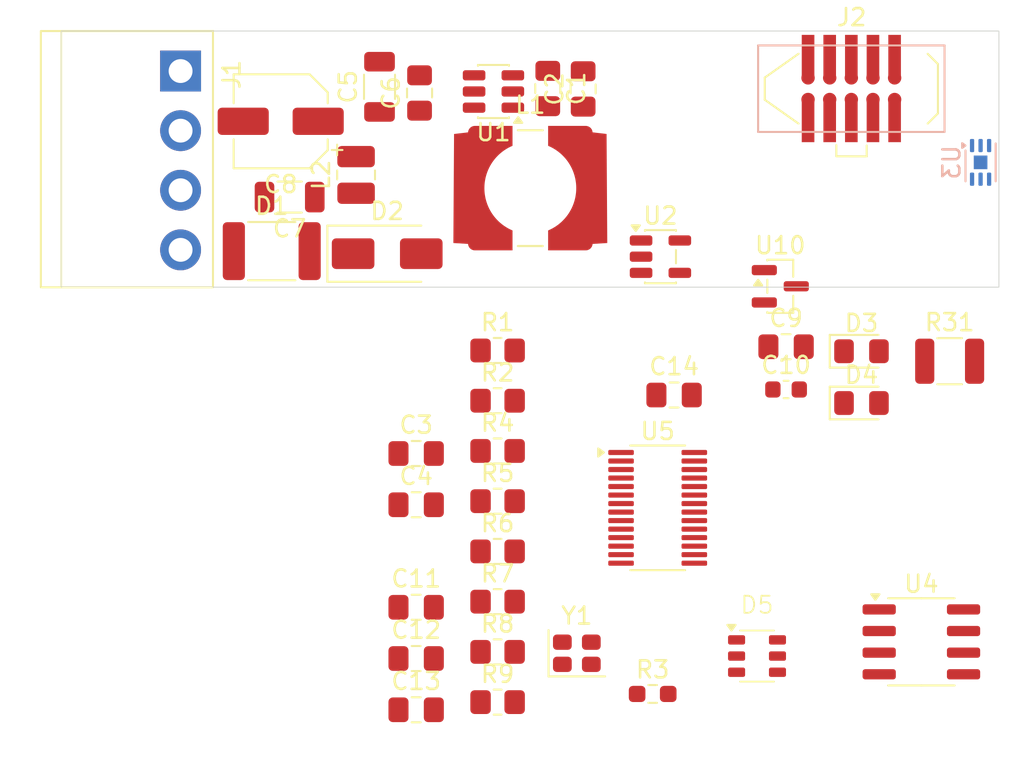
<source format=kicad_pcb>
(kicad_pcb (version 20241229) (generator "pcbnew") (generator_version "9.0")
  (layers (0 "F.Cu" signal) (2 "B.Cu" signal) (13 "F.Paste" user) (15 "B.Paste" user) (5 "F.SilkS" user "F.Silkscreen") (7 "B.SilkS" user "B.Silkscreen") (1 "F.Mask" user) (3 "B.Mask" user) (25 "Edge.Cuts" user))
  (net 0 "")
  (net 1 "Net-(U1-CB)")
  (net 2 "Net-(U1-SW)")
  (net 3 "GND")
  (net 4 "Net-(U2-EN)")
  (net 5 "+3V3")
  (net 6 "Net-(U1-EN)")
  (net 7 "+12V")
  (net 8 "Net-(U5-VCORE)")
  (net 9 "/12V_RAW")
  (net 10 "Net-(D3-K)")
  (net 11 "Net-(D3-A)")
  (net 12 "Net-(D4-A)")
  (net 13 "Net-(D4-K)")
  (net 14 "Net-(D5-IO1)")
  (net 15 "Net-(D5-IO3)")
  (net 16 "Net-(D5-IO2)")
  (net 17 "/DEBUG_UART_TX")
  (net 18 "CANH")
  (net 19 "CANL")
  (net 24 "Net-(U1-FB)")
  (net 25 "Net-(U5-PA6{slash}HFCLK_IN)")
  (net 26 "Net-(Y1-OUT)")
  (net 27 "Net-(U3-SCL)")
  (net 28 "Net-(U3-SDA)")
  (net 29 "Net-(U5-PA2)")
  (net 31 "Net-(U3-INTB)")
  (net 32 "/CAN_TXD")
  (net 33 "/CAN_RXD")
  (net 34 "/CAN_STB")
  (footprint "Capacitor_SMD:C_0805_2012Metric_Pad1.18x1.45mm_HandSolder" (layer "F.Cu") (at 109.725 55.2875 90)
    (property "Reference" "C6" (at 0 -1.68 90) (layer "F.SilkS"))
    (property "Value" "0.1uF")
    (fp_line (start -0.261252 -0.735) (end 0.261252 -0.735) (stroke (width 0.12)) (layer "F.SilkS"))
    (fp_line (start -0.261252 0.735) (end 0.261252 0.735) (stroke (width 0.12)) (layer "F.SilkS"))
    (pad "1" smd roundrect (at -1.0375 0 90) (size 1.175 1.45) (layers "F.Cu" "F.Mask" "F.Paste") (roundrect_rratio 0.212766) (net 6 "Net-(U1-EN)"))
    (pad "2" smd roundrect (at 1.0375 0 90) (size 1.175 1.45) (layers "F.Cu" "F.Mask" "F.Paste") (roundrect_rratio 0.212766) (net 3 "GND"))
  )
  (footprint "Capacitor_SMD:C_0805_2012Metric_Pad1.18x1.45mm_HandSolder" (layer "F.Cu") (at 109.525 88.5)
    (property "Reference" "C12" (at 0 -1.68 0) (layer "F.SilkS"))
    (property "Value" "0.1uF")
    (fp_line (start -0.261252 -0.735) (end 0.261252 -0.735) (stroke (width 0.12)) (layer "F.SilkS"))
    (fp_line (start -0.261252 0.735) (end 0.261252 0.735) (stroke (width 0.12)) (layer "F.SilkS"))
    (pad "1" smd roundrect (at -1.0375 0) (size 1.175 1.45) (layers "F.Cu" "F.Mask" "F.Paste") (roundrect_rratio 0.212766) (net 5 "+3V3"))
    (pad "2" smd roundrect (at 1.0375 0) (size 1.175 1.45) (layers "F.Cu" "F.Mask" "F.Paste") (roundrect_rratio 0.212766) (net 3 "GND"))
  )
  (footprint "Capacitor_SMD:C_0805_2012Metric_Pad1.18x1.45mm_HandSolder" (layer "F.Cu") (at 109.525 76.46)
    (property "Reference" "C3" (at 0 -1.68 0) (layer "F.SilkS"))
    (property "Value" "1.0uF")
    (fp_line (start -0.261252 -0.735) (end 0.261252 -0.735) (stroke (width 0.12)) (layer "F.SilkS"))
    (fp_line (start -0.261252 0.735) (end 0.261252 0.735) (stroke (width 0.12)) (layer "F.SilkS"))
    (pad "1" smd roundrect (at -1.0375 0) (size 1.175 1.45) (layers "F.Cu" "F.Mask" "F.Paste") (roundrect_rratio 0.212766) (net 4 "Net-(U2-EN)"))
    (pad "2" smd roundrect (at 1.0375 0) (size 1.175 1.45) (layers "F.Cu" "F.Mask" "F.Paste") (roundrect_rratio 0.212766) (net 3 "GND"))
  )
  (footprint "Package_TO_SOT_SMD:SOT-23" (layer "F.Cu") (at 130.895 66.64)
    (property "Reference" "U10" (at 0 -2.4 0) (layer "F.SilkS"))
    (property "Value" "PESD2CAN24LT-QR")
    (fp_line (start -0.76 -1.56) (end 0.76 -1.56) (stroke (width 0.12)) (layer "F.SilkS"))
    (fp_line (start -0.76 -1.51) (end -0.76 -1.56) (stroke (width 0.12)) (layer "F.SilkS"))
    (fp_line (start -0.76 0.39) (end -0.76 -0.39) (stroke (width 0.12)) (layer "F.SilkS"))
    (fp_line (start -0.76 1.56) (end -0.76 1.51) (stroke (width 0.12)) (layer "F.SilkS"))
    (fp_line (start 0.76 -1.56) (end 0.76 -0.56) (stroke (width 0.12)) (layer "F.SilkS"))
    (fp_line (start 0.76 0.56) (end 0.76 1.56) (stroke (width 0.12)) (layer "F.SilkS"))
    (fp_line (start 0.76 1.56) (end -0.76 1.56) (stroke (width 0.12)) (layer "F.SilkS"))
    (fp_poly (pts (xy -1.3 -0.38) (xy -1.06 -0.05) (xy -1.54 -0.05)) (stroke (width 0.12)) (fill yes) (layer "F.SilkS"))
    (pad "1" smd roundrect (at -0.9375 -0.95) (size 1.475 0.6) (layers "F.Cu" "F.Mask" "F.Paste") (net 18 "CANH"))
    (pad "2" smd roundrect (at -0.9375 0.95) (size 1.475 0.6) (layers "F.Cu" "F.Mask" "F.Paste") (net 19 "CANL"))
    (pad "3" smd roundrect (at 0.9375 0) (size 1.475 0.6) (layers "F.Cu" "F.Mask" "F.Paste") (net 3 "GND"))
  )
  (footprint "Inductor_SMD:L_1008_2520Metric" (layer "F.Cu") (at 106 60.1 90)
    (property "Reference" "L2" (at 0 -2.05 90) (layer "F.SilkS"))
    (property "Value" "2.2uH")
    (fp_line (start -0.261252 -1.11) (end 0.261252 -1.11) (stroke (width 0.12)) (layer "F.SilkS"))
    (fp_line (start -0.261252 1.11) (end 0.261252 1.11) (stroke (width 0.12)) (layer "F.SilkS"))
    (pad "1" smd roundrect (at -1.075 0 90) (size 1.25 2.2) (layers "F.Cu" "F.Mask" "F.Paste") (roundrect_rratio 0.2) (net 7 "+12V"))
    (pad "2" smd roundrect (at 1.075 0 90) (size 1.25 2.2) (layers "F.Cu" "F.Mask" "F.Paste") (roundrect_rratio 0.2) (net 6 "Net-(U1-EN)"))
  )
  (footprint "Capacitor_SMD:C_0805_2012Metric_Pad1.18x1.45mm_HandSolder" (layer "F.Cu") (at 119.325 55.05 90)
    (property "Reference" "C2" (at 0 -1.68 90) (layer "F.SilkS"))
    (property "Value" "22uF")
    (fp_line (start -0.261252 -0.735) (end 0.261252 -0.735) (stroke (width 0.12)) (layer "F.SilkS"))
    (fp_line (start -0.261252 0.735) (end 0.261252 0.735) (stroke (width 0.12)) (layer "F.SilkS"))
    (pad "1" smd roundrect (at -1.0375 0 90) (size 1.175 1.45) (layers "F.Cu" "F.Mask" "F.Paste") (roundrect_rratio 0.212766) (net 4 "Net-(U2-EN)"))
    (pad "2" smd roundrect (at 1.0375 0 90) (size 1.175 1.45) (layers "F.Cu" "F.Mask" "F.Paste") (roundrect_rratio 0.212766) (net 3 "GND"))
  )
  (footprint "LED_SMD:LED_0805_2012Metric_Pad1.15x1.40mm_HandSolder" (layer "F.Cu") (at 135.66 73.495)
    (property "Reference" "D4" (at 0 -1.65 0) (layer "F.SilkS"))
    (property "Value" "RED")
    (fp_line (start -1.86 -0.96) (end -1.86 0.96) (stroke (width 0.12)) (layer "F.SilkS"))
    (fp_line (start -1.86 0.96) (end 1 0.96) (stroke (width 0.12)) (layer "F.SilkS"))
    (fp_line (start 1 -0.96) (end -1.86 -0.96) (stroke (width 0.12)) (layer "F.SilkS"))
    (pad "1" smd roundrect (at -1.025 0) (size 1.15 1.4) (layers "F.Cu" "F.Mask" "F.Paste") (roundrect_rratio 0.217391) (net 13 "Net-(D4-K)"))
    (pad "2" smd roundrect (at 1.025 0) (size 1.15 1.4) (layers "F.Cu" "F.Mask" "F.Paste") (roundrect_rratio 0.217391) (net 12 "Net-(D4-A)"))
  )
  (footprint "Capacitor_SMD:C_0805_2012Metric_Pad1.18x1.45mm_HandSolder" (layer "F.Cu") (at 117.25 55.025 -90)
    (property "Reference" "C1" (at 0 -1.68 90) (layer "F.SilkS"))
    (property "Value" "0.1uF")
    (fp_line (start -0.261252 0.735) (end 0.261252 0.735) (stroke (width 0.12)) (layer "F.SilkS"))
    (fp_line (start -0.261252 -0.735) (end 0.261252 -0.735) (stroke (width 0.12)) (layer "F.SilkS"))
    (pad "1" smd roundrect (at -1.0375 0 270) (size 1.175 1.45) (layers "F.Cu" "F.Mask" "F.Paste") (roundrect_rratio 0.212766) (net 1 "Net-(U1-CB)"))
    (pad "2" smd roundrect (at 1.0375 0 270) (size 1.175 1.45) (layers "F.Cu" "F.Mask" "F.Paste") (roundrect_rratio 0.212766) (net 2 "Net-(U1-SW)"))
  )
  (footprint "Capacitor_SMD:C_0805_2012Metric_Pad1.18x1.45mm_HandSolder" (layer "F.Cu") (at 109.525 85.49)
    (property "Reference" "C11" (at 0 -1.68 0) (layer "F.SilkS"))
    (property "Value" "10uF")
    (fp_line (start -0.261252 -0.735) (end 0.261252 -0.735) (stroke (width 0.12)) (layer "F.SilkS"))
    (fp_line (start -0.261252 0.735) (end 0.261252 0.735) (stroke (width 0.12)) (layer "F.SilkS"))
    (pad "1" smd roundrect (at -1.0375 0) (size 1.175 1.45) (layers "F.Cu" "F.Mask" "F.Paste") (roundrect_rratio 0.212766) (net 5 "+3V3"))
    (pad "2" smd roundrect (at 1.0375 0) (size 1.175 1.45) (layers "F.Cu" "F.Mask" "F.Paste") (roundrect_rratio 0.212766) (net 3 "GND"))
  )
  (footprint "Personal:SameSky_TPB03R1-350-04BE" (layer "F.Cu") (at 95.7 54 -90)
    (property "Reference" "J1" (at 0.2 -3 90) (layer "F.SilkS"))
    (property "Value" "TBP03R1-350-04BE")
    (fp_line (start 12.7 7) (end -2.35 7) (stroke (width 0.1)) (layer "F.SilkS"))
    (fp_rect (start -2.35 -1.9) (end 12.7 8.2) (stroke (width 0.12)) (fill no) (layer "F.SilkS"))
    (pad "1" thru_hole rect (at 0 0 270) (size 2.4 2.4) (drill 1.4) (layers "*.Cu" "*.Mask") (net 3 "GND"))
    (pad "2" thru_hole circle (at 3.5 0 270) (size 2.4 2.4) (drill 1.4) (layers "*.Cu" "*.Mask") (net 19 "CANL"))
    (pad "3" thru_hole circle (at 7 0 270) (size 2.4 2.4) (drill 1.4) (layers "*.Cu" "*.Mask") (net 18 "CANH"))
    (pad "4" thru_hole circle (at 10.5 0 270) (size 2.4 2.4) (drill 1.4) (layers "*.Cu" "*.Mask") (net 9 "/12V_RAW"))
  )
  (footprint "Personal:Bourns_SRR6038" (layer "F.Cu") (at 116.225 60.875)
    (property "Reference" "L1" (at 0 -4.885 0) (layer "F.SilkS"))
    (property "Value" "12uH")
    (fp_line (start -0.73 -3.4) (end 0.73 -3.4) (stroke (width 0.127)) (layer "F.SilkS"))
    (fp_line (start 0.73 3.4) (end -0.73 3.4) (stroke (width 0.127)) (layer "F.SilkS"))
    (pad "1" smd custom (at -3.175 0) (size 0.5 0.5) (layers "F.Cu") (net 2 "Net-(U1-SW)") (options (clearance outline) (anchor rect)) (primitives (gr_poly (pts (xy 2.125 3.65) (xy -0.075 3.65) (xy -0.096 3.649) (xy -0.117 3.648) (xy -0.138 3.645) (xy -0.158 3.641) (xy -0.179 3.636) (xy -0.199 3.63) (xy -0.218 3.623) (xy -0.238 3.615) (xy -0.257 3.606) (xy -0.275 3.596) (xy -0.293 3.585) (xy -0.31 3.574) (xy -0.327 3.561) (xy -0.343 3.547) (xy -0.358 3.533) (xy -0.372 3.518) (xy -0.386 3.502) (xy -0.399 3.485) (xy -0.41 3.468) (xy -0.421 3.45) (xy -0.431 3.432) (xy -0.44 3.413) (xy -0.448 3.393) (xy -0.455 3.374) (xy -0.461 3.354) (xy -0.466 3.333) (xy -0.47 3.313) (xy -0.473 3.292) (xy -0.474 3.271) (xy -1.335919 3.219431) (xy -1.295311 -3.176346) (xy -0.474 -3.271) (xy -0.473 -3.292) (xy -0.47 -3.313) (xy -0.466 -3.333) (xy -0.461 -3.354) (xy -0.455 -3.374) (xy -0.448 -3.393) (xy -0.44 -3.413) (xy -0.431 -3.432) (xy -0.421 -3.45) (xy -0.41 -3.468) (xy -0.399 -3.485) (xy -0.386 -3.502) (xy -0.372 -3.518) (xy -0.358 -3.533) (xy -0.343 -3.547) (xy -0.327 -3.561) (xy -0.31 -3.574) (xy -0.293 -3.585) (xy -0.275 -3.596) (xy -0.257 -3.606) (xy -0.238 -3.615) (xy -0.218 -3.623) (xy -0.199 -3.63) (xy -0.179 -3.636) (xy -0.158 -3.641) (xy -0.138 -3.645) (xy -0.117 -3.648) (xy -0.096 -3.649) (xy -0.075 -3.65) (xy 2.125 -3.65) (xy 2.125 -2.488) (xy 2.02 -2.441) (xy 1.926 -2.395) (xy 1.834 -2.345) (xy 1.744 -2.291) (xy 1.656 -2.234) (xy 1.57 -2.173) (xy 1.487 -2.109) (xy 1.406 -2.042) (xy 1.328 -1.972) (xy 1.253 -1.898) (xy 1.181 -1.822) (xy 1.111 -1.743) (xy 1.045 -1.662) (xy 0.982 -1.578) (xy 0.922 -1.491) (xy 0.866 -1.403) (xy 0.814 -1.312) (xy 0.764 -1.219) (xy 0.719 -1.125) (xy 0.677 -1.028) (xy 0.639 -0.93) (xy 0.605 -0.831) (xy 0.575 -0.731) (xy 0.548 -0.629) (xy 0.526 -0.526) (xy 0.508 -0.423) (xy 0.493 -0.319) (xy 0.483 -0.214) (xy 0.477 -0.11) (xy 0.475 0) (xy 0.477 0.11) (xy 0.483 0.214) (xy 0.493 0.319) (xy 0.508 0.423) (xy 0.526 0.526) (xy 0.548 0.629) (xy 0.575 0.731) (xy 0.605 0.831) (xy 0.639 0.93) (xy 0.677 1.028) (xy 0.719 1.125) (xy 0.764 1.219) (xy 0.814 1.312) (xy 0.866 1.403) (xy 0.922 1.491) (xy 0.982 1.578) (xy 1.045 1.662) (xy 1.111 1.743) (xy 1.181 1.822) (xy 1.253 1.898) (xy 1.328 1.972) (xy 1.406 2.042) (xy 1.487 2.109) (xy 1.57 2.173) (xy 1.656 2.234) (xy 1.744 2.291) (xy 1.834 2.345) (xy 1.926 2.395) (xy 2.02 2.441) (xy 2.125 2.488) (xy 2.125 3.65)) (width 0.01) (fill yes))))
    (pad "2" smd custom (at 3.175 0) (size 0.5 0.5) (layers "F.Cu") (net 4 "Net-(U2-EN)") (options (clearance outline) (anchor rect)) (primitives (gr_poly (pts (xy -2.125 3.65) (xy 0.075 3.65) (xy 0.096 3.649) (xy 0.117 3.648) (xy 0.138 3.645) (xy 0.158 3.641) (xy 0.179 3.636) (xy 0.199 3.63) (xy 0.218 3.623) (xy 0.238 3.615) (xy 0.257 3.606) (xy 0.275 3.596) (xy 0.293 3.585) (xy 0.31 3.574) (xy 0.327 3.561) (xy 0.343 3.547) (xy 0.358 3.533) (xy 0.372 3.518) (xy 0.386 3.502) (xy 0.399 3.485) (xy 0.41 3.468) (xy 0.421 3.45) (xy 0.431 3.432) (xy 0.44 3.413) (xy 0.448 3.393) (xy 0.455 3.374) (xy 0.461 3.354) (xy 0.466 3.333) (xy 0.47 3.313) (xy 0.473 3.292) (xy 0.474 3.271) (xy 1.335919 3.219431) (xy 1.295311 -3.176346) (xy 0.474 -3.271) (xy 0.473 -3.292) (xy 0.47 -3.313) (xy 0.466 -3.333) (xy 0.461 -3.354) (xy 0.455 -3.374) (xy 0.448 -3.393) (xy 0.44 -3.413) (xy 0.431 -3.432) (xy 0.421 -3.45) (xy 0.41 -3.468) (xy 0.399 -3.485) (xy 0.386 -3.502) (xy 0.372 -3.518) (xy 0.358 -3.533) (xy 0.343 -3.547) (xy 0.327 -3.561) (xy 0.31 -3.574) (xy 0.293 -3.585) (xy 0.275 -3.596) (xy 0.257 -3.606) (xy 0.238 -3.615) (xy 0.218 -3.623) (xy 0.199 -3.63) (xy 0.179 -3.636) (xy 0.158 -3.641) (xy 0.138 -3.645) (xy 0.117 -3.648) (xy 0.096 -3.649) (xy 0.075 -3.65) (xy -2.125 -3.65) (xy -2.125 -2.488) (xy -2.02 -2.441) (xy -1.926 -2.395) (xy -1.834 -2.345) (xy -1.744 -2.291) (xy -1.656 -2.234) (xy -1.57 -2.173) (xy -1.487 -2.109) (xy -1.406 -2.042) (xy -1.328 -1.972) (xy -1.253 -1.898) (xy -1.181 -1.822) (xy -1.111 -1.743) (xy -1.045 -1.662) (xy -0.982 -1.578) (xy -0.922 -1.491) (xy -0.866 -1.403) (xy -0.814 -1.312) (xy -0.764 -1.219) (xy -0.719 -1.125) (xy -0.677 -1.028) (xy -0.639 -0.93) (xy -0.605 -0.831) (xy -0.575 -0.731) (xy -0.548 -0.629) (xy -0.526 -0.526) (xy -0.508 -0.423) (xy -0.493 -0.319) (xy -0.483 -0.214) (xy -0.477 -0.11) (xy -0.475 0) (xy -0.477 0.11) (xy -0.483 0.214) (xy -0.493 0.319) (xy -0.508 0.423) (xy -0.526 0.526) (xy -0.548 0.629) (xy -0.575 0.731) (xy -0.605 0.831) (xy -0.639 0.93) (xy -0.677 1.028) (xy -0.719 1.125) (xy -0.764 1.219) (xy -0.814 1.312) (xy -0.866 1.403) (xy -0.922 1.491) (xy -0.982 1.578) (xy -1.045 1.662) (xy -1.111 1.743) (xy -1.181 1.822) (xy -1.253 1.898) (xy -1.328 1.972) (xy -1.406 2.042) (xy -1.487 2.109) (xy -1.57 2.173) (xy -1.656 2.234) (xy -1.744 2.291) (xy -1.834 2.345) (xy -1.926 2.395) (xy -2.02 2.441) (xy -2.125 2.488) (xy -2.125 3.65)) (width 0.01) (fill yes))))
  )
  (footprint "Resistor_SMD:R_0805_2012Metric_Pad1.20x1.40mm_HandSolder" (layer "F.Cu") (at 114.305 91.06)
    (property "Reference" "R9" (at 0 -1.65 0) (layer "F.SilkS"))
    (property "Value" "100K")
    (fp_line (start -0.227064 -0.735) (end 0.227064 -0.735) (stroke (width 0.12)) (layer "F.SilkS"))
    (fp_line (start -0.227064 0.735) (end 0.227064 0.735) (stroke (width 0.12)) (layer "F.SilkS"))
    (pad "1" smd roundrect (at -1 0) (size 1.2 1.4) (layers "F.Cu" "F.Mask" "F.Paste") (roundrect_rratio 0.208333) (net 3 "GND"))
    (pad "2" smd roundrect (at 1 0) (size 1.2 1.4) (layers "F.Cu" "F.Mask" "F.Paste") (roundrect_rratio 0.208333) (net 29 "Net-(U5-PA2)"))
  )
  (footprint "Resistor_SMD:R_0805_2012Metric_Pad1.20x1.40mm_HandSolder" (layer "F.Cu") (at 114.305 79.26)
    (property "Reference" "R5" (at 0 -1.65 0) (layer "F.SilkS"))
    (property "Value" "4K7")
    (fp_line (start -0.227064 -0.735) (end 0.227064 -0.735) (stroke (width 0.12)) (layer "F.SilkS"))
    (fp_line (start -0.227064 0.735) (end 0.227064 0.735) (stroke (width 0.12)) (layer "F.SilkS"))
    (pad "1" smd roundrect (at -1 0) (size 1.2 1.4) (layers "F.Cu" "F.Mask" "F.Paste") (roundrect_rratio 0.208333) (net 28 "Net-(U3-SDA)"))
    (pad "2" smd roundrect (at 1 0) (size 1.2 1.4) (layers "F.Cu" "F.Mask" "F.Paste") (roundrect_rratio 0.208333) (net 5 "+3V3"))
  )
  (footprint "Personal:Fuse_1812" (layer "F.Cu") (at 101.05 64.575)
    (property "Reference" "D1" (at 0 -2.65 0) (layer "F.SilkS"))
    (property "Value" "PTC_1A")
    (fp_line (start -1.386252 -1.71) (end 1.386252 -1.71) (stroke (width 0.12)) (layer "F.SilkS"))
    (fp_line (start -1.386252 1.71) (end 1.386252 1.71) (stroke (width 0.12)) (layer "F.SilkS"))
    (pad "1" smd roundrect (at -2.225 0) (size 1.3 3.4) (layers "F.Cu" "F.Mask" "F.Paste") (roundrect_rratio 0.192308) (net 9 "/12V_RAW"))
    (pad "2" smd roundrect (at 2.225 0) (size 1.3 3.4) (layers "F.Cu" "F.Mask" "F.Paste") (roundrect_rratio 0.192308) (net 7 "+12V"))
  )
  (footprint "Personal:SOT-26" (layer "F.Cu") (at 129.53 88.355)
    (property "Reference" "D5" (at 0 -3 0) (layer "F.SilkS") (effects (font (thickness 0.1))))
    (property "Value" "DT1042")
    (fp_line (start -1 -1.5) (end 1 -1.5) (stroke (width 0.1)) (layer "F.SilkS"))
    (fp_line (start -1 1.5) (end 1 1.5) (stroke (width 0.1)) (layer "F.SilkS"))
    (fp_poly (pts (xy -1.5 -1.5) (xy -1.74 -1.83) (xy -1.26 -1.83) (xy -1.5 -1.5)) (stroke (width 0.12)) (fill yes) (layer "F.SilkS"))
    (pad "1" smd roundrect (at -1.2 -0.95) (size 1 0.55) (layers "F.Cu" "F.Mask" "F.Paste") (roundrect_rratio 0.2) (net 14 "Net-(D5-IO1)"))
    (pad "2" smd roundrect (at -1.2 0) (size 1 0.55) (layers "F.Cu" "F.Mask" "F.Paste") (roundrect_rratio 0.2) (net 3 "GND"))
    (pad "3" smd roundrect (at -1.2 0.95) (size 1 0.55) (layers "F.Cu" "F.Mask" "F.Paste") (roundrect_rratio 0.2) (net 16 "Net-(D5-IO2)"))
    (pad "4" smd roundrect (at 1.2 0.95) (size 1 0.55) (layers "F.Cu" "F.Mask" "F.Paste") (roundrect_rratio 0.2) (net 15 "Net-(D5-IO3)"))
    (pad "5" smd roundrect (at 1.2 0) (size 1 0.55) (layers "F.Cu" "F.Mask" "F.Paste") (roundrect_rratio 0.2) (net 5 "+3V3"))
    (pad "6" smd roundrect (at 1.2 -0.95) (size 1 0.55) (layers "F.Cu" "F.Mask" "F.Paste") (roundrect_rratio 0.2) (net 17 "/DEBUG_UART_TX"))
  )
  (footprint "Capacitor_SMD:C_0805_2012Metric_Pad1.18x1.45mm_HandSolder" (layer "F.Cu") (at 124.6625 73.025)
    (property "Reference" "C14" (at 0 -1.68 0) (layer "F.SilkS"))
    (property "Value" "0.1uF")
    (fp_line (start -0.261252 -0.735) (end 0.261252 -0.735) (stroke (width 0.12)) (layer "F.SilkS"))
    (fp_line (start -0.261252 0.735) (end 0.261252 0.735) (stroke (width 0.12)) (layer "F.SilkS"))
    (pad "1" smd roundrect (at -1.0375 0) (size 1.175 1.45) (layers "F.Cu" "F.Mask" "F.Paste") (roundrect_rratio 0.212766) (net 5 "+3V3"))
    (pad "2" smd roundrect (at 1.0375 0) (size 1.175 1.45) (layers "F.Cu" "F.Mask" "F.Paste") (roundrect_rratio 0.212766) (net 3 "GND"))
  )
  (footprint "Capacitor_SMD:C_1206_3216Metric" (layer "F.Cu") (at 102.1 61.4 180)
    (property "Reference" "C7" (at 0 -1.85 0) (layer "F.SilkS"))
    (property "Value" "4.7uF")
    (fp_line (start -0.711252 0.91) (end 0.711252 0.91) (stroke (width 0.12)) (layer "F.SilkS"))
    (fp_line (start -0.711252 -0.91) (end 0.711252 -0.91) (stroke (width 0.12)) (layer "F.SilkS"))
    (pad "1" smd roundrect (at -1.475 0 180) (size 1.15 1.8) (layers "F.Cu" "F.Mask" "F.Paste") (roundrect_rratio 0.217391) (net 7 "+12V"))
    (pad "2" smd roundrect (at 1.475 0 180) (size 1.15 1.8) (layers "F.Cu" "F.Mask" "F.Paste") (roundrect_rratio 0.217391) (net 3 "GND"))
  )
  (footprint "Resistor_SMD:R_0805_2012Metric_Pad1.20x1.40mm_HandSolder" (layer "F.Cu") (at 114.305 76.31)
    (property "Reference" "R4" (at 0 -1.65 0) (layer "F.SilkS"))
    (property "Value" "4K7")
    (fp_line (start -0.227064 -0.735) (end 0.227064 -0.735) (stroke (width 0.12)) (layer "F.SilkS"))
    (fp_line (start -0.227064 0.735) (end 0.227064 0.735) (stroke (width 0.12)) (layer "F.SilkS"))
    (pad "1" smd roundrect (at -1 0) (size 1.2 1.4) (layers "F.Cu" "F.Mask" "F.Paste") (roundrect_rratio 0.208333) (net 27 "Net-(U3-SCL)"))
    (pad "2" smd roundrect (at 1 0) (size 1.2 1.4) (layers "F.Cu" "F.Mask" "F.Paste") (roundrect_rratio 0.208333) (net 5 "+3V3"))
  )
  (footprint "Oscillator:Oscillator_SMD_SeikoEpson_SG210-4Pin_2.5x2.0mm" (layer "F.Cu") (at 118.955 88.19)
    (property "Reference" "Y1" (at 0 -2.2 0) (layer "F.SilkS"))
    (property "Value" "25MHz")
    (fp_line (start -1.66 -1.36) (end -1.66 1.36) (stroke (width 0.12)) (layer "F.SilkS"))
    (fp_line (start -1.66 1.36) (end 1.66 1.36) (stroke (width 0.12)) (layer "F.SilkS"))
    (pad "1" smd roundrect (at -0.85 0.65) (size 1.1 0.9) (layers "F.Cu" "F.Mask" "F.Paste") (net 5 "+3V3"))
    (pad "2" smd roundrect (at 0.85 0.65) (size 1.1 0.9) (layers "F.Cu" "F.Mask" "F.Paste") (net 3 "GND"))
    (pad "3" smd roundrect (at 0.85 -0.65) (size 1.1 0.9) (layers "F.Cu" "F.Mask" "F.Paste") (net 26 "Net-(Y1-OUT)"))
    (pad "4" smd roundrect (at -0.85 -0.65) (size 1.1 0.9) (layers "F.Cu" "F.Mask" "F.Paste") (net 5 "+3V3"))
  )
  (footprint "Resistor_SMD:R_0805_2012Metric_Pad1.20x1.40mm_HandSolder" (layer "F.Cu") (at 114.305 85.16)
    (property "Reference" "R7" (at 0 -1.65 0) (layer "F.SilkS"))
    (property "Value" "1K")
    (fp_line (start -0.227064 -0.735) (end 0.227064 -0.735) (stroke (width 0.12)) (layer "F.SilkS"))
    (fp_line (start -0.227064 0.735) (end 0.227064 0.735) (stroke (width 0.12)) (layer "F.SilkS"))
    (pad "1" smd roundrect (at -1 0) (size 1.2 1.4) (layers "F.Cu" "F.Mask" "F.Paste") (roundrect_rratio 0.208333) (net 10 "Net-(D3-K)"))
    (pad "2" smd roundrect (at 1 0) (size 1.2 1.4) (layers "F.Cu" "F.Mask" "F.Paste") (roundrect_rratio 0.208333) (net 3 "GND"))
  )
  (footprint "Personal:SOIC-8_3.9x4.9mm_P1.27mm" (layer "F.Cu") (at 139.175 87.52)
    (property "Reference" "U4" (at 0 -3.4 0) (layer "F.SilkS"))
    (property "Value" "TCAN3404DRQ1")
    (fp_line (start 0 -2.56) (end -1.95 -2.56) (stroke (width 0.12)) (layer "F.SilkS"))
    (fp_line (start 0 -2.56) (end 1.95 -2.56) (stroke (width 0.12)) (layer "F.SilkS"))
    (fp_line (start 0 2.56) (end -1.95 2.56) (stroke (width 0.12)) (layer "F.SilkS"))
    (fp_line (start 0 2.56) (end 1.95 2.56) (stroke (width 0.12)) (layer "F.SilkS"))
    (fp_poly (pts (xy -2.7 -2.465) (xy -2.94 -2.795) (xy -2.46 -2.795)) (stroke (width 0.12)) (fill yes) (layer "F.SilkS"))
    (pad "1" smd roundrect (at -2.475 -1.905) (size 1.95 0.6) (layers "F.Cu" "F.Mask" "F.Paste") (net 32 "/CAN_TXD"))
    (pad "2" smd roundrect (at -2.475 -0.635) (size 1.95 0.6) (layers "F.Cu" "F.Mask" "F.Paste") (net 3 "GND"))
    (pad "3" smd roundrect (at -2.475 0.635) (size 1.95 0.6) (layers "F.Cu" "F.Mask" "F.Paste") (net 5 "+3V3"))
    (pad "4" smd roundrect (at -2.475 1.905) (size 1.95 0.6) (layers "F.Cu" "F.Mask" "F.Paste") (net 33 "/CAN_RXD"))
    (pad "5" smd roundrect (at 2.475 1.905) (size 1.95 0.6) (layers "F.Cu" "F.Mask" "F.Paste"))
    (pad "6" smd roundrect (at 2.475 0.635) (size 1.95 0.6) (layers "F.Cu" "F.Mask" "F.Paste") (net 19 "CANL"))
    (pad "7" smd roundrect (at 2.475 -0.635) (size 1.95 0.6) (layers "F.Cu" "F.Mask" "F.Paste") (net 18 "CANH"))
    (pad "8" smd roundrect (at 2.475 -1.905) (size 1.95 0.6) (layers "F.Cu" "F.Mask" "F.Paste") (net 34 "/CAN_STB"))
  )
  (footprint "Resistor_SMD:R_0603_1608Metric_Pad0.98x0.95mm_HandSolder" (layer "F.Cu") (at 123.405 90.58)
    (property "Reference" "R3" (at 0 -1.43 0) (layer "F.SilkS"))
    (property "Value" "27R")
    (fp_line (start -0.254724 -0.5225) (end 0.254724 -0.5225) (stroke (width 0.12)) (layer "F.SilkS"))
    (fp_line (start -0.254724 0.5225) (end 0.254724 0.5225) (stroke (width 0.12)) (layer "F.SilkS"))
    (pad "1" smd roundrect (at -0.9125 0) (size 0.975 0.95) (layers "F.Cu" "F.Mask" "F.Paste") (net 25 "Net-(U5-PA6{slash}HFCLK_IN)"))
    (pad "2" smd roundrect (at 0.9125 0) (size 0.975 0.95) (layers "F.Cu" "F.Mask" "F.Paste") (net 26 "Net-(Y1-OUT)"))
  )
  (footprint "Diode_SMD:D_SMA" (layer "F.Cu") (at 107.825 64.725)
    (property "Reference" "D2" (at 0 -2.5 0) (layer "F.SilkS"))
    (property "Value" "SMAJ12Ae3")
    (fp_line (start -3.51 -1.65) (end -3.51 1.65) (stroke (width 0.12)) (layer "F.SilkS"))
    (fp_line (start -3.51 -1.65) (end 2 -1.65) (stroke (width 0.12)) (layer "F.SilkS"))
    (fp_line (start -3.51 1.65) (end 2 1.65) (stroke (width 0.12)) (layer "F.SilkS"))
    (pad "1" smd roundrect (at -2 0) (size 2.5 1.8) (layers "F.Cu" "F.Mask" "F.Paste") (roundrect_rratio 0.1388888889) (net 7 "+12V"))
    (pad "2" smd roundrect (at 2 0) (size 2.5 1.8) (layers "F.Cu" "F.Mask" "F.Paste") (roundrect_rratio 0.1388888889) (net 3 "GND"))
  )
  (footprint "Resistor_SMD:R_1210_3225Metric" (layer "F.Cu") (at 140.835 71.04)
    (property "Reference" "R31" (at 0 -2.28 0) (layer "F.SilkS"))
    (property "Value" "120R")
    (fp_line (start -0.723737 -1.355) (end 0.723737 -1.355) (stroke (width 0.12)) (layer "F.SilkS"))
    (fp_line (start -0.723737 1.355) (end 0.723737 1.355) (stroke (width 0.12)) (layer "F.SilkS"))
    (pad "1" smd roundrect (at -1.4625 0) (size 1.125 2.65) (layers "F.Cu" "F.Mask" "F.Paste") (roundrect_rratio 0.222222) (net 18 "CANH"))
    (pad "2" smd roundrect (at 1.4625 0) (size 1.125 2.65) (layers "F.Cu" "F.Mask" "F.Paste") (roundrect_rratio 0.222222) (net 19 "CANL"))
  )
  (footprint "Resistor_SMD:R_0805_2012Metric_Pad1.20x1.40mm_HandSolder" (layer "F.Cu") (at 114.305 88.11)
    (property "Reference" "R8" (at 0 -1.65 0) (layer "F.SilkS"))
    (property "Value" "33K")
    (fp_line (start -0.227064 -0.735) (end 0.227064 -0.735) (stroke (width 0.12)) (layer "F.SilkS"))
    (fp_line (start -0.227064 0.735) (end 0.227064 0.735) (stroke (width 0.12)) (layer "F.SilkS"))
    (pad "1" smd roundrect (at -1 0) (size 1.2 1.4) (layers "F.Cu" "F.Mask" "F.Paste") (roundrect_rratio 0.208333) (net 5 "+3V3"))
    (pad "2" smd roundrect (at 1 0) (size 1.2 1.4) (layers "F.Cu" "F.Mask" "F.Paste") (roundrect_rratio 0.208333) (net 14 "Net-(D5-IO1)"))
  )
  (footprint "Personal:VSSOP-28_3x7.1mm_P0.5mm" (layer "F.Cu") (at 123.7 79.65)
    (property "Reference" "U5" (at 0 -4.5 0) (layer "F.SilkS"))
    (property "Value" "MSPM0G3106SDGS28R")
    (fp_line (start -1.61 -3.66) (end 1.61 -3.66) (stroke (width 0.12)) (layer "F.SilkS"))
    (fp_line (start 1.61 3.66) (end -1.61 3.66) (stroke (width 0.12)) (layer "F.SilkS"))
    (fp_poly (pts (xy -3.16 -3.25) (xy -3.49 -3.01) (xy -3.49 -3.49)) (stroke (width 0.12)) (fill yes) (layer "F.SilkS"))
    (pad "1" smd roundrect (at -2.15 -3.25) (size 1.5 0.3) (layers "F.Cu" "F.Mask" "F.Paste") (net 32 "/CAN_TXD"))
    (pad "2" smd roundrect (at -2.15 -2.75) (size 1.5 0.3) (layers "F.Cu" "F.Mask" "F.Paste") (net 33 "/CAN_RXD"))
    (pad "3" smd roundrect (at -2.15 -2.25) (size 1.5 0.3) (layers "F.Cu" "F.Mask" "F.Paste") (net 8 "Net-(U5-VCORE)"))
    (pad "4" smd roundrect (at -2.15 -1.75) (size 1.5 0.3) (layers "F.Cu" "F.Mask" "F.Paste") (net 34 "/CAN_STB"))
    (pad "5" smd roundrect (at -2.15 -1.25) (size 1.5 0.3) (layers "F.Cu" "F.Mask" "F.Paste"))
    (pad "6" smd roundrect (at -2.15 -0.75) (size 1.5 0.3) (layers "F.Cu" "F.Mask" "F.Paste") (net 14 "Net-(D5-IO1)"))
    (pad "7" smd roundrect (at -2.15 -0.25) (size 1.5 0.3) (layers "F.Cu" "F.Mask" "F.Paste") (net 5 "+3V3"))
    (pad "8" smd roundrect (at -2.15 0.25) (size 1.5 0.3) (layers "F.Cu" "F.Mask" "F.Paste") (net 3 "GND"))
    (pad "9" smd roundrect (at -2.15 0.75) (size 1.5 0.3) (layers "F.Cu" "F.Mask" "F.Paste") (net 29 "Net-(U5-PA2)"))
    (pad "10" smd roundrect (at -2.15 1.25) (size 1.5 0.3) (layers "F.Cu" "F.Mask" "F.Paste") (net 28 "Net-(U3-SDA)"))
    (pad "11" smd roundrect (at -2.15 1.75) (size 1.5 0.3) (layers "F.Cu" "F.Mask" "F.Paste") (net 27 "Net-(U3-SCL)"))
    (pad "12" smd roundrect (at -2.15 2.25) (size 1.5 0.3) (layers "F.Cu" "F.Mask" "F.Paste") (net 31 "Net-(U3-INTB)"))
    (pad "13" smd roundrect (at -2.15 2.75) (size 1.5 0.3) (layers "F.Cu" "F.Mask" "F.Paste") (net 25 "Net-(U5-PA6{slash}HFCLK_IN)"))
    (pad "14" smd roundrect (at -2.15 3.25) (size 1.5 0.3) (layers "F.Cu" "F.Mask" "F.Paste"))
    (pad "15" smd roundrect (at 2.15 3.25) (size 1.5 0.3) (layers "F.Cu" "F.Mask" "F.Paste") (net 12 "Net-(D4-A)"))
    (pad "16" smd roundrect (at 2.15 2.75) (size 1.5 0.3) (layers "F.Cu" "F.Mask" "F.Paste") (net 11 "Net-(D3-A)"))
    (pad "17" smd roundrect (at 2.15 2.25) (size 1.5 0.3) (layers "F.Cu" "F.Mask" "F.Paste"))
    (pad "18" smd roundrect (at 2.15 1.75) (size 1.5 0.3) (layers "F.Cu" "F.Mask" "F.Paste"))
    (pad "19" smd roundrect (at 2.15 1.25) (size 1.5 0.3) (layers "F.Cu" "F.Mask" "F.Paste"))
    (pad "20" smd roundrect (at 2.15 0.75) (size 1.5 0.3) (layers "F.Cu" "F.Mask" "F.Paste"))
    (pad "21" smd roundrect (at 2.15 0.25) (size 1.5 0.3) (layers "F.Cu" "F.Mask" "F.Paste"))
    (pad "22" smd roundrect (at 2.15 -0.25) (size 1.5 0.3) (layers "F.Cu" "F.Mask" "F.Paste") (net 16 "Net-(D5-IO2)"))
    (pad "23" smd roundrect (at 2.15 -0.75) (size 1.5 0.3) (layers "F.Cu" "F.Mask" "F.Paste") (net 15 "Net-(D5-IO3)"))
    (pad "24" smd roundrect (at 2.15 -1.25) (size 1.5 0.3) (layers "F.Cu" "F.Mask" "F.Paste") (net 17 "/DEBUG_UART_TX"))
    (pad "25" smd roundrect (at 2.15 -1.75) (size 1.5 0.3) (layers "F.Cu" "F.Mask" "F.Paste"))
    (pad "26" smd roundrect (at 2.15 -2.25) (size 1.5 0.3) (layers "F.Cu" "F.Mask" "F.Paste"))
    (pad "27" smd roundrect (at 2.15 -2.75) (size 1.5 0.3) (layers "F.Cu" "F.Mask" "F.Paste"))
    (pad "28" smd roundrect (at 2.15 -3.25) (size 1.5 0.3) (layers "F.Cu" "F.Mask" "F.Paste"))
  )
  (footprint "Capacitor_SMD:C_1206_3216Metric" (layer "F.Cu") (at 107.375 54.925 90)
    (property "Reference" "C5" (at 0 -1.85 90) (layer "F.SilkS"))
    (property "Value" "4u7")
    (fp_line (start -0.711252 -0.91) (end 0.711252 -0.91) (stroke (width 0.12)) (layer "F.SilkS"))
    (fp_line (start -0.711252 0.91) (end 0.711252 0.91) (stroke (width 0.12)) (layer "F.SilkS"))
    (pad "1" smd roundrect (at -1.475 0 90) (size 1.15 1.8) (layers "F.Cu" "F.Mask" "F.Paste") (roundrect_rratio 0.217391) (net 6 "Net-(U1-EN)"))
    (pad "2" smd roundrect (at 1.475 0 90) (size 1.15 1.8) (layers "F.Cu" "F.Mask" "F.Paste") (roundrect_rratio 0.217391) (net 3 "GND"))
  )
  (footprint "Package_TO_SOT_SMD:SOT-23-5" (layer "F.Cu") (at 123.8625 64.9)
    (property "Reference" "U2" (at 0 -2.4 0) (layer "F.SilkS"))
    (property "Value" "TPS7A2033PDBVR")
    (fp_line (start -0.91 -1.56) (end 0.91 -1.56) (stroke (width 0.12)) (layer "F.SilkS"))
    (fp_line (start -0.91 -1.51) (end -0.91 -1.56) (stroke (width 0.12)) (layer "F.SilkS"))
    (fp_line (start -0.91 1.56) (end -0.91 1.51) (stroke (width 0.12)) (layer "F.SilkS"))
    (fp_line (start 0.91 -1.56) (end 0.91 -1.51) (stroke (width 0.12)) (layer "F.SilkS"))
    (fp_line (start 0.91 -0.39) (end 0.91 0.39) (stroke (width 0.12)) (layer "F.SilkS"))
    (fp_line (start 0.91 1.51) (end 0.91 1.56) (stroke (width 0.12)) (layer "F.SilkS"))
    (fp_line (start 0.91 1.56) (end -0.91 1.56) (stroke (width 0.12)) (layer "F.SilkS"))
    (fp_poly (pts (xy -1.45 -1.51) (xy -1.69 -1.84) (xy -1.21 -1.84)) (stroke (width 0.12)) (fill yes) (layer "F.SilkS"))
    (pad "1" smd roundrect (at -1.1375 -0.95) (size 1.325 0.6) (layers "F.Cu" "F.Mask" "F.Paste") (net 4 "Net-(U2-EN)"))
    (pad "2" smd roundrect (at -1.1375 0) (size 1.325 0.6) (layers "F.Cu" "F.Mask" "F.Paste") (net 3 "GND"))
    (pad "3" smd roundrect (at -1.1375 0.95) (size 1.325 0.6) (layers "F.Cu" "F.Mask" "F.Paste") (net 4 "Net-(U2-EN)"))
    (pad "4" smd roundrect (at 1.1375 0.95) (size 1.325 0.6) (layers "F.Cu" "F.Mask" "F.Paste"))
    (pad "5" smd roundrect (at 1.1375 -0.95) (size 1.325 0.6) (layers "F.Cu" "F.Mask" "F.Paste") (net 5 "+3V3"))
  )
  (footprint "Resistor_SMD:R_0805_2012Metric_Pad1.20x1.40mm_HandSolder" (layer "F.Cu") (at 114.305 73.36)
    (property "Reference" "R2" (at 0 -1.65 0) (layer "F.SilkS"))
    (property "Value" "62K")
    (fp_line (start -0.227064 -0.735) (end 0.227064 -0.735) (stroke (width 0.12)) (layer "F.SilkS"))
    (fp_line (start -0.227064 0.735) (end 0.227064 0.735) (stroke (width 0.12)) (layer "F.SilkS"))
    (pad "1" smd roundrect (at -1 0) (size 1.2 1.4) (layers "F.Cu" "F.Mask" "F.Paste") (roundrect_rratio 0.208333) (net 4 "Net-(U2-EN)"))
    (pad "2" smd roundrect (at 1 0) (size 1.2 1.4) (layers "F.Cu" "F.Mask" "F.Paste") (roundrect_rratio 0.208333) (net 24 "Net-(U1-FB)"))
  )
  (footprint "Resistor_SMD:R_0805_2012Metric_Pad1.20x1.40mm_HandSolder" (layer "F.Cu") (at 114.305 82.21)
    (property "Reference" "R6" (at 0 -1.65 0) (layer "F.SilkS"))
    (property "Value" "1K")
    (fp_line (start -0.227064 -0.735) (end 0.227064 -0.735) (stroke (width 0.12)) (layer "F.SilkS"))
    (fp_line (start -0.227064 0.735) (end 0.227064 0.735) (stroke (width 0.12)) (layer "F.SilkS"))
    (pad "1" smd roundrect (at -1 0) (size 1.2 1.4) (layers "F.Cu" "F.Mask" "F.Paste") (roundrect_rratio 0.208333) (net 13 "Net-(D4-K)"))
    (pad "2" smd roundrect (at 1 0) (size 1.2 1.4) (layers "F.Cu" "F.Mask" "F.Paste") (roundrect_rratio 0.208333) (net 3 "GND"))
  )
  (footprint "Resistor_SMD:R_0805_2012Metric_Pad1.20x1.40mm_HandSolder" (layer "F.Cu") (at 114.305 70.41)
    (property "Reference" "R1" (at 0 -1.65 0) (layer "F.SilkS"))
    (property "Value" "22K1")
    (fp_line (start -0.227064 -0.735) (end 0.227064 -0.735) (stroke (width 0.12)) (layer "F.SilkS"))
    (fp_line (start -0.227064 0.735) (end 0.227064 0.735) (stroke (width 0.12)) (layer "F.SilkS"))
    (pad "1" smd roundrect (at -1 0) (size 1.2 1.4) (layers "F.Cu" "F.Mask" "F.Paste") (roundrect_rratio 0.208333) (net 24 "Net-(U1-FB)"))
    (pad "2" smd roundrect (at 1 0) (size 1.2 1.4) (layers "F.Cu" "F.Mask" "F.Paste") (roundrect_rratio 0.208333) (net 3 "GND"))
  )
  (footprint "Capacitor_SMD:C_0805_2012Metric_Pad1.18x1.45mm_HandSolder" (layer "F.Cu") (at 131.235 70.19)
    (property "Reference" "C9" (at 0 -1.68 0) (layer "F.SilkS"))
    (property "Value" "0.1uF")
    (fp_line (start -0.261252 -0.735) (end 0.261252 -0.735) (stroke (width 0.12)) (layer "F.SilkS"))
    (fp_line (start -0.261252 0.735) (end 0.261252 0.735) (stroke (width 0.12)) (layer "F.SilkS"))
    (pad "1" smd roundrect (at -1.0375 0) (size 1.175 1.45) (layers "F.Cu" "F.Mask" "F.Paste") (roundrect_rratio 0.212766) (net 5 "+3V3"))
    (pad "2" smd roundrect (at 1.0375 0) (size 1.175 1.45) (layers "F.Cu" "F.Mask" "F.Paste") (roundrect_rratio 0.212766) (net 3 "GND"))
  )
  (footprint "Capacitor_SMD:CP_Elec_5x5.8" (layer "F.Cu") (at 101.575 56.95 180)
    (property "Reference" "C8" (at 0 -3.7 0) (layer "F.SilkS"))
    (property "Value" "EEE-FK1E220R")
    (fp_line (start 2.76 2.76) (end 2.76 1.06) (stroke (width 0.12)) (layer "F.SilkS"))
    (fp_line (start 2.76 -2.76) (end 2.76 -1.06) (stroke (width 0.12)) (layer "F.SilkS"))
    (fp_line (start -1.695563 2.76) (end 2.76 2.76) (stroke (width 0.12)) (layer "F.SilkS"))
    (fp_line (start -1.695563 -2.76) (end 2.76 -2.76) (stroke (width 0.12)) (layer "F.SilkS"))
    (fp_line (start -2.76 1.695563) (end -1.695563 2.76) (stroke (width 0.12)) (layer "F.SilkS"))
    (fp_line (start -2.76 1.695563) (end -2.76 1.06) (stroke (width 0.12)) (layer "F.SilkS"))
    (fp_line (start -2.76 -1.695563) (end -1.695563 -2.76) (stroke (width 0.12)) (layer "F.SilkS"))
    (fp_line (start -2.76 -1.695563) (end -2.76 -1.06) (stroke (width 0.12)) (layer "F.SilkS"))
    (fp_line (start -3.3125 -1.9975) (end -3.3125 -1.3725) (stroke (width 0.12)) (layer "F.SilkS"))
    (fp_line (start -3.625 -1.685) (end -3 -1.685) (stroke (width 0.12)) (layer "F.SilkS"))
    (pad "1" smd roundrect (at -2.2 0 180) (size 3 1.6) (layers "F.Cu" "F.Mask" "F.Paste") (roundrect_rratio 0.15625) (net 6 "Net-(U1-EN)"))
    (pad "2" smd roundrect (at 2.2 0 180) (size 3 1.6) (layers "F.Cu" "F.Mask" "F.Paste") (roundrect_rratio 0.15625) (net 3 "GND"))
  )
  (footprint "Capacitor_SMD:C_0603_1608Metric" (layer "F.Cu") (at 131.235 72.7)
    (property "Reference" "C10" (at 0 -1.43 0) (layer "F.SilkS"))
    (property "Value" "0.1uF")
    (fp_line (start -0.14058 -0.51) (end 0.14058 -0.51) (stroke (width 0.12)) (layer "F.SilkS"))
    (fp_line (start -0.14058 0.51) (end 0.14058 0.51) (stroke (width 0.12)) (layer "F.SilkS"))
    (pad "1" smd roundrect (at -0.775 0) (size 0.9 0.95) (layers "F.Cu" "F.Mask" "F.Paste") (net 5 "+3V3"))
    (pad "2" smd roundrect (at 0.775 0) (size 0.9 0.95) (layers "F.Cu" "F.Mask" "F.Paste") (net 3 "GND"))
  )
  (footprint "Personal:TC2050_With_Header" (layer "F.Cu") (at 135.065 55.035)
    (property "Reference" "J2" (at 0.02 -4.19 0) (layer "F.SilkS"))
    (property "Value" "Debug")
    (fp_line (start -5.08 -0.65) (end -3.1 -2.05) (stroke (width 0.12)) (layer "F.SilkS"))
    (fp_line (start -5.08 0.65) (end -5.08 -0.65) (stroke (width 0.12)) (layer "F.SilkS"))
    (fp_line (start -3.1 2.05) (end -5.08 0.65) (stroke (width 0.12)) (layer "F.SilkS"))
    (fp_line (start -0.88 3.9475) (end -0.88 3.3125) (stroke (width 0.12)) (layer "F.SilkS"))
    (fp_line (start 0.9 3.975192) (end -0.88 3.97) (stroke (width 0.12)) (layer "F.SilkS"))
    (fp_line (start 0.9 3.975192) (end 0.9 3.340192) (stroke (width 0.12)) (layer "F.SilkS"))
    (fp_line (start 4.48 -2.05) (end 5.08 -1.45) (stroke (width 0.12)) (layer "F.SilkS"))
    (fp_line (start 4.48 2.05) (end 5.08 1.45) (stroke (width 0.12)) (layer "F.SilkS"))
    (fp_line (start 5.08 -1.45) (end 5.08 1.45) (stroke (width 0.12)) (layer "F.SilkS"))
    (fp_line (start -5.47 -2.54) (end 5.47 -2.54) (stroke (width 0.12)) (layer "B.SilkS"))
    (fp_line (start -5.47 2.54) (end -5.47 -2.54) (stroke (width 0.12)) (layer "B.SilkS"))
    (fp_line (start 5.47 -2.54) (end 5.47 2.54) (stroke (width 0.12)) (layer "B.SilkS"))
    (fp_line (start 5.47 2.54) (end -5.47 2.54) (stroke (width 0.12)) (layer "B.SilkS"))
    (pad "" np_thru_hole circle (at -3.81 0) (size 0.9906 0.9906) (drill 0.9906) (layers "*.Cu" "*.Mask"))
    (pad "" np_thru_hole circle (at 3.81 -1.016) (size 0.9906 0.9906) (drill 0.9906) (layers "*.Cu" "*.Mask"))
    (pad "" np_thru_hole circle (at 3.81 1.016) (size 0.9906 0.9906) (drill 0.9906) (layers "*.Cu" "*.Mask"))
    (pad "1" connect circle (at -2.54 0.635) (size 0.7874 0.7874) (layers "F.Cu" "F.Mask"))
    (pad "1" smd rect (at -2.54 1.94 90) (size 2.4 0.74) (layers "F.Cu" "F.Mask"))
    (pad "2" connect circle (at -1.27 0.635) (size 0.7874 0.7874) (layers "F.Cu" "F.Mask") (net 5 "+3V3"))
    (pad "2" smd rect (at -1.27 1.94 90) (size 2.4 0.74) (layers "F.Cu" "F.Mask") (net 5 "+3V3"))
    (pad "3" connect circle (at 0 0.635) (size 0.7874 0.7874) (layers "F.Cu" "F.Mask") (net 16 "Net-(D5-IO2)"))
    (pad "3" smd rect (at 0 1.94 90) (size 2.4 0.74) (layers "F.Cu" "F.Mask") (net 16 "Net-(D5-IO2)"))
    (pad "4" connect circle (at 1.27 0.635) (size 0.7874 0.7874) (layers "F.Cu" "F.Mask") (net 14 "Net-(D5-IO1)"))
    (pad "4" smd rect (at 1.27 1.94 90) (size 2.4 0.74) (layers "F.Cu" "F.Mask") (net 14 "Net-(D5-IO1)"))
    (pad "5" connect circle (at 2.54 0.635) (size 0.7874 0.7874) (layers "F.Cu" "F.Mask") (net 15 "Net-(D5-IO3)"))
    (pad "5" smd rect (at 2.54 1.94 90) (size 2.4 0.74) (layers "F.Cu" "F.Mask") (net 15 "Net-(D5-IO3)"))
    (pad "6" smd rect (at 2.54 -1.96 90) (size 2.4 0.74) (layers "F.Cu" "F.Mask") (net 3 "GND"))
    (pad "6" connect circle (at 2.54 -0.635) (size 0.7874 0.7874) (layers "F.Cu" "F.Mask") (net 3 "GND"))
    (pad "7" smd rect (at 1.27 -1.96 90) (size 2.4 0.74) (layers "F.Cu" "F.Mask"))
    (pad "7" connect circle (at 1.27 -0.635) (size 0.7874 0.7874) (layers "F.Cu" "F.Mask"))
    (pad "8" smd rect (at 0 -1.96 90) (size 2.4 0.74) (layers "F.Cu" "F.Mask") (net 3 "GND"))
    (pad "8" connect circle (at 0 -0.635) (size 0.7874 0.7874) (layers "F.Cu" "F.Mask") (net 3 "GND"))
    (pad "9" smd rect (at -1.27 -1.96 90) (size 2.4 0.74) (layers "F.Cu" "F.Mask") (net 17 "/DEBUG_UART_TX"))
    (pad "9" connect circle (at -1.27 -0.635) (size 0.7874 0.7874) (layers "F.Cu" "F.Mask") (net 17 "/DEBUG_UART_TX"))
    (pad "10" smd rect (at -2.54 -1.96 90) (size 2.4 0.74) (layers "F.Cu" "F.Mask") (net 3 "GND"))
    (pad "10" connect circle (at -2.54 -0.635) (size 0.7874 0.7874) (layers "F.Cu" "F.Mask") (net 3 "GND"))
  )
  (footprint "LED_SMD:LED_0805_2012Metric_Pad1.15x1.40mm_HandSolder" (layer "F.Cu") (at 135.66 70.455)
    (property "Reference" "D3" (at 0 -1.65 0) (layer "F.SilkS"))
    (property "Value" "GREEN")
    (fp_line (start -1.86 -0.96) (end -1.86 0.96) (stroke (width 0.12)) (layer "F.SilkS"))
    (fp_line (start -1.86 0.96) (end 1 0.96) (stroke (width 0.12)) (layer "F.SilkS"))
    (fp_line (start 1 -0.96) (end -1.86 -0.96) (stroke (width 0.12)) (layer "F.SilkS"))
    (pad "1" smd roundrect (at -1.025 0) (size 1.15 1.4) (layers "F.Cu" "F.Mask" "F.Paste") (roundrect_rratio 0.217391) (net 10 "Net-(D3-K)"))
    (pad "2" smd roundrect (at 1.025 0) (size 1.15 1.4) (layers "F.Cu" "F.Mask" "F.Paste") (roundrect_rratio 0.217391) (net 11 "Net-(D3-A)"))
  )
  (footprint "Capacitor_SMD:C_0805_2012Metric_Pad1.18x1.45mm_HandSolder" (layer "F.Cu") (at 109.525 91.51)
    (property "Reference" "C13" (at 0 -1.68 0) (layer "F.SilkS"))
    (property "Value" "1.0uF")
    (fp_line (start -0.261252 -0.735) (end 0.261252 -0.735) (stroke (width 0.12)) (layer "F.SilkS"))
    (fp_line (start -0.261252 0.735) (end 0.261252 0.735) (stroke (width 0.12)) (layer "F.SilkS"))
    (pad "1" smd roundrect (at -1.0375 0) (size 1.175 1.45) (layers "F.Cu" "F.Mask" "F.Paste") (roundrect_rratio 0.212766) (net 8 "Net-(U5-VCORE)"))
    (pad "2" smd roundrect (at 1.0375 0) (size 1.175 1.45) (layers "F.Cu" "F.Mask" "F.Paste") (roundrect_rratio 0.212766) (net 3 "GND"))
  )
  (footprint "Package_TO_SOT_SMD:SOT-23-6" (layer "F.Cu") (at 114.0625 55.2 180)
    (property "Reference" "U1" (at 0 -2.4 0) (layer "F.SilkS"))
    (property "Value" "TPS560430X")
    (fp_line (start 0.91 1.56) (end -0.91 1.56) (stroke (width 0.12)) (layer "F.SilkS"))
    (fp_line (start 0.91 1.51) (end 0.91 1.56) (stroke (width 0.12)) (layer "F.SilkS"))
    (fp_line (start 0.91 -1.56) (end 0.91 -1.51) (stroke (width 0.12)) (layer "F.SilkS"))
    (fp_line (start -0.91 1.56) (end -0.91 1.51) (stroke (width 0.12)) (layer "F.SilkS"))
    (fp_line (start -0.91 -1.51) (end -0.91 -1.56) (stroke (width 0.12)) (layer "F.SilkS"))
    (fp_line (start -0.91 -1.56) (end 0.91 -1.56) (stroke (width 0.12)) (layer "F.SilkS"))
    (fp_poly (pts (xy -1.45 -1.51) (xy -1.69 -1.84) (xy -1.21 -1.84)) (stroke (width 0.12)) (fill yes) (layer "F.SilkS"))
    (pad "1" smd roundrect (at -1.1375 -0.95 180) (size 1.325 0.6) (layers "F.Cu" "F.Mask" "F.Paste") (net 1 "Net-(U1-CB)"))
    (pad "2" smd roundrect (at -1.1375 0 180) (size 1.325 0.6) (layers "F.Cu" "F.Mask" "F.Paste") (net 3 "GND"))
    (pad "3" smd roundrect (at -1.1375 0.95 180) (size 1.325 0.6) (layers "F.Cu" "F.Mask" "F.Paste") (net 24 "Net-(U1-FB)"))
    (pad "4" smd roundrect (at 1.1375 0.95 180) (size 1.325 0.6) (layers "F.Cu" "F.Mask" "F.Paste") (net 6 "Net-(U1-EN)"))
    (pad "5" smd roundrect (at 1.1375 0 180) (size 1.325 0.6) (layers "F.Cu" "F.Mask" "F.Paste") (net 6 "Net-(U1-EN)"))
    (pad "6" smd roundrect (at 1.1375 -0.95 180) (size 1.325 0.6) (layers "F.Cu" "F.Mask" "F.Paste") (net 2 "Net-(U1-SW)"))
  )
  (footprint "Capacitor_SMD:C_0805_2012Metric_Pad1.18x1.45mm_HandSolder" (layer "F.Cu") (at 109.525 79.47)
    (property "Reference" "C4" (at 0 -1.68 0) (layer "F.SilkS"))
    (property "Value" "10uF")
    (fp_line (start -0.261252 -0.735) (end 0.261252 -0.735) (stroke (width 0.12)) (layer "F.SilkS"))
    (fp_line (start -0.261252 0.735) (end 0.261252 0.735) (stroke (width 0.12)) (layer "F.SilkS"))
    (pad "1" smd roundrect (at -1.0375 0) (size 1.175 1.45) (layers "F.Cu" "F.Mask" "F.Paste") (roundrect_rratio 0.212766) (net 5 "+3V3"))
    (pad "2" smd roundrect (at 1.0375 0) (size 1.175 1.45) (layers "F.Cu" "F.Mask" "F.Paste") (roundrect_rratio 0.212766) (net 3 "GND"))
  )
  (footprint "Personal:UTDFN-6-1EP_2x1.5mm_P0.5mm_EP0.8x0.8mm" (layer "B.Cu") (at 142.65 59.3625 -90)
    (property "Reference" "U3" (at 0 1.7 90) (layer "B.SilkS") (effects (justify mirror)))
    (property "Value" "MLX90394RLD")
    (fp_line (start -0.695568 0.885) (end 1.11 0.885) (stroke (width 0.12)) (layer "B.SilkS"))
    (fp_line (start 1.11 -0.885) (end -1.11 -0.885) (stroke (width 0.12)) (layer "B.SilkS"))
    (fp_poly (pts (xy -0.99 0.89) (xy -1.13 1.08) (xy -0.85 1.08)) (stroke (width 0.12)) (fill yes) (layer "B.SilkS"))
    (pad "1" smd roundrect (at -0.9875 0.5 270) (size 0.775 0.25) (layers "B.Cu" "B.Mask" "B.Paste") (net 28 "Net-(U3-SDA)"))
    (pad "2" smd roundrect (at -0.9875 0 270) (size 0.775 0.25) (layers "B.Cu" "B.Mask" "B.Paste") (net 27 "Net-(U3-SCL)"))
    (pad "3" smd roundrect (at -0.9875 -0.5 270) (size 0.775 0.25) (layers "B.Cu" "B.Mask" "B.Paste") (net 3 "GND"))
    (pad "4" smd roundrect (at 0.9875 -0.5 270) (size 0.775 0.25) (layers "B.Cu" "B.Mask" "B.Paste") (net 3 "GND"))
    (pad "5" smd roundrect (at 0.9875 0 270) (size 0.775 0.25) (layers "B.Cu" "B.Mask" "B.Paste") (net 5 "+3V3"))
    (pad "6" smd roundrect (at 0.9875 0.5 270) (size 0.775 0.25) (layers "B.Cu" "B.Mask" "B.Paste") (net 31 "Net-(U3-INTB)"))
    (pad "7" smd rect (at 0 0 270) (size 0.8 0.8) (property pad_prop_heatsink) (layers "B.Cu" "B.Mask"))
  )
  (gr_rect (start 88.7 51.65) (end 143.725 66.69) (stroke (width 0.05)) (fill no) (layer "Edge.Cuts"))
)
</source>
